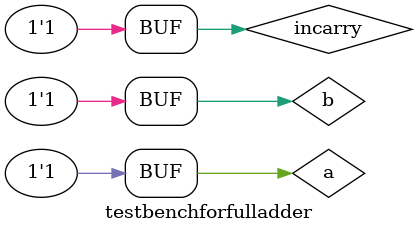
<source format=v>
module full_adder(sum, outcarry, a, b, incarry);
    input a, b, incarry;
    output sum, outcarry;

    assign sum = ( (a ^ b) ^ incarry );
    assign outcarry = ( ( (a ^ b) & incarry ) | (a & b) );
endmodule

module testbenchforfulladder;
    wire sum, outcarry;
    reg a, b, incarry;
    full_adder wire_driver(sum, outcarry, a, b, incarry);

    initial begin
              a = 1'b0; b = 1'b0; incarry = 1'b0;
        #20   a = 1'b0; b = 1'b0; incarry = 1'b1;
        #20   a = 1'b0; b = 1'b1; incarry = 1'b0;
        #20   a = 1'b0; b = 1'b1; incarry = 1'b1;
        #20   a = 1'b1; b = 1'b0; incarry = 1'b0;
        #20   a = 1'b1; b = 1'b0; incarry = 1'b1;
        #20   a = 1'b1; b = 1'b1; incarry = 1'b0;
        #20   a = 1'b1; b = 1'b1; incarry = 1'b1;
        
    end
    

endmodule
</source>
